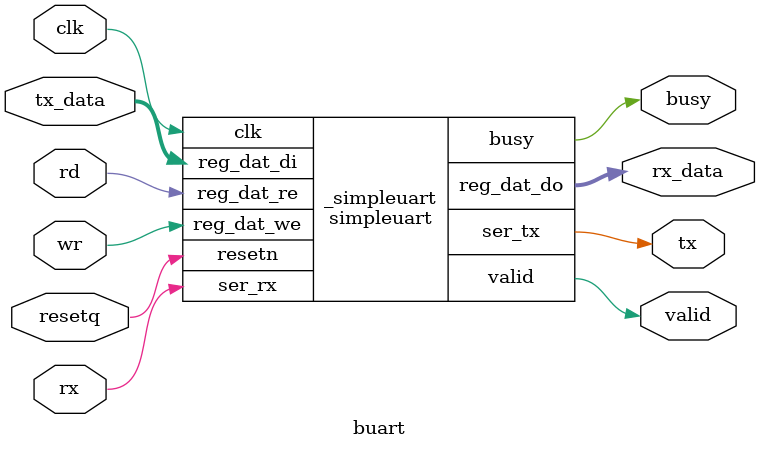
<source format=v>
/*
 *  PicoSoC - A simple example SoC using PicoRV32
 *
 *  Copyright (C) 2017  Clifford Wolf <clifford@clifford.at>
 *
 *  Permission to use, copy, modify, and/or distribute this software for any
 *  purpose with or without fee is hereby granted, provided that the above
 *  copyright notice and this permission notice appear in all copies.
 *
 *  THE SOFTWARE IS PROVIDED "AS IS" AND THE AUTHOR DISCLAIMS ALL WARRANTIES
 *  WITH REGARD TO THIS SOFTWARE INCLUDING ALL IMPLIED WARRANTIES OF
 *  MERCHANTABILITY AND FITNESS. IN NO EVENT SHALL THE AUTHOR BE LIABLE FOR
 *  ANY SPECIAL, DIRECT, INDIRECT, OR CONSEQUENTIAL DAMAGES OR ANY DAMAGES
 *  WHATSOEVER RESULTING FROM LOSS OF USE, DATA OR PROFITS, WHETHER IN AN
 *  ACTION OF CONTRACT, NEGLIGENCE OR OTHER TORTIOUS ACTION, ARISING OUT OF
 *  OR IN CONNECTION WITH THE USE OR PERFORMANCE OF THIS SOFTWARE.
 *
 */
 
// Modified by Matthias for Mecrisp-Ice, HX8

module simpleuart (
        input clk,
        input resetn,

        output ser_tx,
        input  ser_rx,

//      input   [3:0] reg_div_we,
//      input  [15:0] reg_div_di,
//      output [15:0] reg_div_do,

        input         reg_dat_we,
        input         reg_dat_re,
        input  [7:0] reg_dat_di,
        output [7:0] reg_dat_do,

        output        busy,
    output        valid
);

`define cfg_divider   417  // 48 MHz / 115200

//      reg [15:0] cfg_divider = 104;
// wire [15:0] cfg_divider = 417;

        reg [3:0] recv_state;
        reg [11:0] recv_divcnt;   // ** 15:0
        reg [7:0] recv_pattern;
        reg [7:0] recv_buf_data;
        reg recv_buf_valid;

        reg [9:0] send_pattern;
        reg [3:0] send_bitcnt;
        reg [11:0] send_divcnt;  // ** 15:0
        reg send_dummy;

//      assign reg_div_do = cfg_divider;

    assign reg_dat_do = recv_buf_data;
        assign busy = (send_bitcnt || send_dummy);
        assign valid = recv_buf_valid;

//      always @(posedge clk) begin
//              if (!resetn) begin
//                      cfg_divider <= 1;
//              end else begin
//                      if (reg_div_we[0]) cfg_divider[ 7: 0] <= reg_div_di[ 7: 0];
//                      if (reg_div_we[1]) cfg_divider[15: 8] <= reg_div_di[15: 8];
//                      if (reg_div_we[2]) cfg_divider[23:16] <= reg_div_di[23:16];
//                      if (reg_div_we[3]) cfg_divider[31:24] <= reg_div_di[31:24];
//              end
//      end

        always @(posedge clk) begin
                if (!resetn) begin
                        recv_state <= 0;
                        recv_divcnt <= 0;
                        recv_pattern <= 0;
                        recv_buf_data <= 0;
                        recv_buf_valid <= 0;
                end else begin
                        recv_divcnt <= recv_divcnt + 1;
                        if (reg_dat_re)
                                recv_buf_valid <= 0;
                        case (recv_state)
                                0: begin
                                        if (!ser_rx)
                                                recv_state <= 1;
                                        recv_divcnt <= 0;
                                end
                                1: begin
                                        if (2*recv_divcnt > `cfg_divider) begin
                                                recv_state <= 2;
                                                recv_divcnt <= 0;
                                        end
                                end
                                10: begin
                                        if (recv_divcnt > `cfg_divider) begin
                                                recv_buf_data <= recv_pattern;
                                                recv_buf_valid <= 1;
                                                recv_state <= 0;
                                        end
                                end
                                default: begin
                                        if (recv_divcnt > `cfg_divider) begin
                                                recv_pattern <= {ser_rx, recv_pattern[7:1]};
                                                recv_state <= recv_state + 1;
                                                recv_divcnt <= 0;
                                        end
                                end
                        endcase
                end
        end

        assign ser_tx = send_pattern[0];

        always @(posedge clk) begin
//              if (reg_div_we)
//                      send_dummy <= 1;
                send_divcnt <= send_divcnt + 1;
                if (!resetn) begin
                        send_pattern <= ~0;
                        send_bitcnt <= 0;
                        send_divcnt <= 0;
                        send_dummy <= 1;
                end else begin
                        if (send_dummy && !send_bitcnt) begin
                                send_pattern <= ~0;
                                send_bitcnt <= 15;
                                send_divcnt <= 0;
                                send_dummy <= 0;
                        end else
                        if (reg_dat_we && !send_bitcnt) begin
                                send_pattern <= {1'b1, reg_dat_di[7:0], 1'b0};
                                send_bitcnt <= 10;
                                send_divcnt <= 0;
                        end else
                        if (send_divcnt > `cfg_divider && send_bitcnt) begin
                                send_pattern <= {1'b1, send_pattern[9:1]};
                                send_bitcnt <= send_bitcnt - 1;
                                send_divcnt <= 0;
                        end
                end
        end
endmodule


module buart(
   input wire clk,
   input wire resetq,
   input wire rx,           // recv wire
   output wire tx,          // xmit wire
   input wire rd,           // read strobe
   input wire wr,           // write strobe
   output wire valid,       // has recv data
   output wire busy,        // is transmitting
   input wire [7:0] tx_data,
   output wire [7:0] rx_data // data
);

  simpleuart _simpleuart (
     .clk(clk),
     .resetn(resetq),

     .ser_rx(rx),
     .ser_tx(tx),

     .reg_dat_we(wr),
     .reg_dat_re(rd),
     .reg_dat_di(tx_data),
     .reg_dat_do(rx_data),

     .busy(busy),
     .valid(valid)
   );

endmodule
</source>
